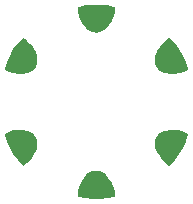
<source format=gbr>
G04 EAGLE Gerber RS-274X export*
G75*
%MOMM*%
%FSLAX34Y34*%
%LPD*%
%INSoldermask Bottom*%
%IPPOS*%
%AMOC8*
5,1,8,0,0,1.08239X$1,22.5*%
G01*
%ADD10C,2.286000*%

G36*
X3062Y-82374D02*
X3062Y-82374D01*
X3099Y-82376D01*
X9133Y-81742D01*
X9160Y-81734D01*
X9198Y-81732D01*
X15132Y-80470D01*
X15154Y-80461D01*
X15178Y-80459D01*
X15257Y-80419D01*
X15340Y-80386D01*
X15357Y-80370D01*
X15378Y-80359D01*
X15411Y-80325D01*
X15413Y-80323D01*
X15422Y-80313D01*
X15439Y-80294D01*
X15505Y-80234D01*
X15516Y-80213D01*
X15532Y-80195D01*
X15548Y-80157D01*
X15555Y-80149D01*
X15568Y-80111D01*
X15607Y-80034D01*
X15610Y-80011D01*
X15619Y-79989D01*
X15622Y-79951D01*
X15627Y-79936D01*
X15626Y-79897D01*
X15630Y-79841D01*
X15633Y-79811D01*
X15632Y-79807D01*
X15632Y-79802D01*
X15345Y-76043D01*
X15334Y-76003D01*
X15329Y-75945D01*
X14457Y-72278D01*
X14440Y-72240D01*
X14426Y-72183D01*
X12991Y-68698D01*
X12969Y-68663D01*
X12946Y-68609D01*
X10983Y-65391D01*
X10956Y-65360D01*
X10925Y-65310D01*
X8483Y-62439D01*
X8445Y-62408D01*
X8389Y-62349D01*
X6603Y-60963D01*
X6578Y-60950D01*
X6574Y-60945D01*
X6563Y-60940D01*
X6535Y-60917D01*
X4583Y-59776D01*
X4550Y-59764D01*
X4509Y-59739D01*
X2426Y-58862D01*
X2391Y-58855D01*
X2347Y-58835D01*
X168Y-58238D01*
X92Y-58232D01*
X19Y-58216D01*
X-24Y-58221D01*
X-56Y-58218D01*
X-100Y-58230D01*
X-168Y-58238D01*
X-2347Y-58835D01*
X-2379Y-58851D01*
X-2426Y-58862D01*
X-4509Y-59739D01*
X-4539Y-59758D01*
X-4583Y-59776D01*
X-6535Y-60917D01*
X-6561Y-60940D01*
X-6603Y-60963D01*
X-8389Y-62349D01*
X-8422Y-62386D01*
X-8483Y-62439D01*
X-10925Y-65310D01*
X-10946Y-65346D01*
X-10983Y-65391D01*
X-12946Y-68609D01*
X-12961Y-68647D01*
X-12991Y-68698D01*
X-14426Y-72183D01*
X-14435Y-72224D01*
X-14457Y-72278D01*
X-15329Y-75945D01*
X-15331Y-75986D01*
X-15345Y-76043D01*
X-15632Y-79802D01*
X-15630Y-79825D01*
X-15634Y-79849D01*
X-15622Y-79920D01*
X-15620Y-79973D01*
X-15613Y-79990D01*
X-15610Y-80025D01*
X-15599Y-80046D01*
X-15595Y-80070D01*
X-15550Y-80146D01*
X-15550Y-80147D01*
X-15536Y-80181D01*
X-15529Y-80188D01*
X-15511Y-80226D01*
X-15493Y-80243D01*
X-15481Y-80263D01*
X-15413Y-80319D01*
X-15391Y-80340D01*
X-15384Y-80347D01*
X-15382Y-80348D01*
X-15348Y-80380D01*
X-15326Y-80390D01*
X-15307Y-80405D01*
X-15170Y-80456D01*
X-15141Y-80468D01*
X-15137Y-80469D01*
X-15132Y-80470D01*
X-9198Y-81732D01*
X-9169Y-81733D01*
X-9133Y-81742D01*
X-3099Y-82376D01*
X-3071Y-82374D01*
X-3033Y-82380D01*
X3033Y-82380D01*
X3062Y-82374D01*
G37*
G36*
X-62590Y23819D02*
X-62590Y23819D01*
X-62550Y23827D01*
X-62491Y23829D01*
X-58784Y24508D01*
X-58737Y24525D01*
X-58658Y24544D01*
X-56565Y25398D01*
X-56535Y25417D01*
X-56491Y25434D01*
X-54527Y26554D01*
X-54500Y26576D01*
X-54458Y26599D01*
X-52657Y27965D01*
X-52633Y27991D01*
X-52595Y28020D01*
X-50988Y29609D01*
X-50944Y29671D01*
X-50894Y29727D01*
X-50881Y29757D01*
X-50876Y29764D01*
X-50873Y29772D01*
X-50859Y29793D01*
X-50847Y29837D01*
X-50820Y29899D01*
X-50247Y32086D01*
X-50244Y32121D01*
X-50231Y32167D01*
X-49949Y34410D01*
X-49951Y34445D01*
X-49944Y34492D01*
X-49956Y36752D01*
X-49963Y36787D01*
X-49962Y36835D01*
X-50269Y39074D01*
X-50285Y39121D01*
X-50300Y39201D01*
X-51566Y42752D01*
X-51587Y42787D01*
X-51607Y42842D01*
X-53412Y46151D01*
X-53438Y46183D01*
X-53467Y46235D01*
X-55767Y49220D01*
X-55798Y49248D01*
X-55834Y49294D01*
X-58574Y51883D01*
X-58608Y51905D01*
X-58651Y51945D01*
X-61762Y54074D01*
X-61784Y54084D01*
X-61802Y54099D01*
X-61885Y54129D01*
X-61900Y54136D01*
X-61916Y54144D01*
X-61919Y54144D01*
X-61967Y54166D01*
X-61991Y54167D01*
X-62013Y54175D01*
X-62102Y54175D01*
X-62191Y54181D01*
X-62213Y54174D01*
X-62237Y54174D01*
X-62321Y54142D01*
X-62406Y54117D01*
X-62425Y54102D01*
X-62447Y54094D01*
X-62523Y54032D01*
X-62546Y54018D01*
X-62559Y54001D01*
X-62561Y54000D01*
X-62585Y53982D01*
X-62587Y53978D01*
X-62592Y53975D01*
X-66651Y49467D01*
X-66666Y49442D01*
X-66693Y49415D01*
X-70258Y44507D01*
X-70271Y44481D01*
X-70294Y44452D01*
X-73328Y39198D01*
X-73337Y39171D01*
X-73358Y39139D01*
X-75825Y33597D01*
X-75832Y33569D01*
X-75849Y33535D01*
X-77723Y27766D01*
X-77727Y27742D01*
X-77736Y27720D01*
X-77742Y27632D01*
X-77754Y27543D01*
X-77749Y27520D01*
X-77750Y27496D01*
X-77725Y27411D01*
X-77705Y27324D01*
X-77692Y27304D01*
X-77685Y27282D01*
X-77632Y27211D01*
X-77583Y27136D01*
X-77564Y27122D01*
X-77550Y27103D01*
X-77427Y27020D01*
X-77403Y27002D01*
X-77399Y27001D01*
X-77395Y26998D01*
X-73996Y25368D01*
X-73956Y25357D01*
X-73903Y25332D01*
X-70291Y24254D01*
X-70250Y24249D01*
X-70194Y24233D01*
X-66458Y23733D01*
X-66417Y23735D01*
X-66358Y23728D01*
X-62590Y23819D01*
G37*
G36*
X66399Y23734D02*
X66399Y23734D01*
X66458Y23733D01*
X70194Y24233D01*
X70233Y24246D01*
X70291Y24254D01*
X73903Y25332D01*
X73940Y25351D01*
X73996Y25368D01*
X77395Y26998D01*
X77414Y27012D01*
X77436Y27020D01*
X77504Y27077D01*
X77576Y27129D01*
X77590Y27149D01*
X77608Y27164D01*
X77652Y27241D01*
X77701Y27315D01*
X77707Y27339D01*
X77719Y27359D01*
X77733Y27447D01*
X77753Y27534D01*
X77751Y27557D01*
X77754Y27581D01*
X77730Y27727D01*
X77726Y27756D01*
X77724Y27760D01*
X77723Y27766D01*
X75849Y33535D01*
X75835Y33561D01*
X75825Y33597D01*
X73358Y39139D01*
X73341Y39163D01*
X73328Y39198D01*
X70294Y44452D01*
X70276Y44474D01*
X70258Y44507D01*
X66693Y49415D01*
X66672Y49435D01*
X66651Y49467D01*
X62592Y53975D01*
X62573Y53989D01*
X62559Y54009D01*
X62529Y54029D01*
X62517Y54041D01*
X62484Y54059D01*
X62414Y54112D01*
X62392Y54119D01*
X62372Y54133D01*
X62285Y54153D01*
X62200Y54180D01*
X62176Y54178D01*
X62153Y54184D01*
X62065Y54173D01*
X61976Y54168D01*
X61954Y54159D01*
X61931Y54156D01*
X61883Y54132D01*
X61880Y54132D01*
X61874Y54128D01*
X61798Y54091D01*
X61770Y54079D01*
X61767Y54076D01*
X61762Y54074D01*
X58651Y51945D01*
X58622Y51916D01*
X58574Y51883D01*
X55834Y49294D01*
X55810Y49261D01*
X55767Y49220D01*
X53467Y46235D01*
X53448Y46198D01*
X53412Y46151D01*
X51607Y42842D01*
X51594Y42803D01*
X51566Y42752D01*
X50300Y39201D01*
X50292Y39152D01*
X50269Y39074D01*
X49962Y36835D01*
X49964Y36800D01*
X49956Y36752D01*
X49944Y34492D01*
X49950Y34457D01*
X49949Y34410D01*
X50231Y32167D01*
X50242Y32133D01*
X50247Y32086D01*
X50820Y29899D01*
X50852Y29831D01*
X50875Y29759D01*
X50893Y29735D01*
X50895Y29732D01*
X50901Y29725D01*
X50915Y29696D01*
X50947Y29664D01*
X50988Y29609D01*
X52595Y28020D01*
X52624Y28000D01*
X52657Y27965D01*
X54458Y26599D01*
X54490Y26583D01*
X54527Y26554D01*
X56491Y25434D01*
X56524Y25422D01*
X56565Y25398D01*
X58658Y24544D01*
X58707Y24534D01*
X58784Y24508D01*
X62491Y23829D01*
X62532Y23829D01*
X62590Y23819D01*
X66358Y23728D01*
X66399Y23734D01*
G37*
G36*
X62213Y-54174D02*
X62213Y-54174D01*
X62237Y-54174D01*
X62321Y-54142D01*
X62406Y-54117D01*
X62425Y-54102D01*
X62447Y-54094D01*
X62561Y-54000D01*
X62585Y-53982D01*
X62587Y-53978D01*
X62592Y-53975D01*
X66651Y-49467D01*
X66666Y-49442D01*
X66693Y-49415D01*
X70258Y-44507D01*
X70271Y-44481D01*
X70294Y-44452D01*
X73328Y-39198D01*
X73337Y-39171D01*
X73358Y-39139D01*
X75825Y-33597D01*
X75832Y-33569D01*
X75849Y-33535D01*
X77723Y-27766D01*
X77727Y-27742D01*
X77736Y-27720D01*
X77742Y-27632D01*
X77754Y-27543D01*
X77749Y-27520D01*
X77750Y-27496D01*
X77725Y-27411D01*
X77705Y-27324D01*
X77692Y-27304D01*
X77685Y-27282D01*
X77632Y-27211D01*
X77583Y-27136D01*
X77564Y-27122D01*
X77550Y-27103D01*
X77427Y-27020D01*
X77403Y-27002D01*
X77399Y-27001D01*
X77395Y-26998D01*
X73996Y-25368D01*
X73956Y-25357D01*
X73903Y-25332D01*
X70291Y-24254D01*
X70250Y-24249D01*
X70194Y-24233D01*
X66458Y-23733D01*
X66417Y-23735D01*
X66358Y-23728D01*
X62590Y-23819D01*
X62550Y-23827D01*
X62491Y-23829D01*
X58784Y-24508D01*
X58737Y-24525D01*
X58658Y-24544D01*
X56565Y-25398D01*
X56535Y-25417D01*
X56491Y-25434D01*
X54527Y-26554D01*
X54500Y-26576D01*
X54458Y-26599D01*
X52657Y-27965D01*
X52633Y-27991D01*
X52595Y-28020D01*
X50988Y-29609D01*
X50944Y-29671D01*
X50894Y-29727D01*
X50877Y-29766D01*
X50859Y-29793D01*
X50847Y-29837D01*
X50820Y-29899D01*
X50247Y-32086D01*
X50244Y-32121D01*
X50231Y-32167D01*
X49949Y-34410D01*
X49951Y-34445D01*
X49944Y-34492D01*
X49956Y-36752D01*
X49963Y-36787D01*
X49962Y-36835D01*
X50269Y-39074D01*
X50273Y-39087D01*
X50274Y-39093D01*
X50283Y-39117D01*
X50285Y-39121D01*
X50300Y-39201D01*
X51566Y-42752D01*
X51587Y-42787D01*
X51607Y-42842D01*
X53412Y-46151D01*
X53438Y-46183D01*
X53467Y-46235D01*
X55767Y-49220D01*
X55798Y-49248D01*
X55834Y-49294D01*
X58574Y-51883D01*
X58608Y-51905D01*
X58651Y-51945D01*
X61762Y-54074D01*
X61784Y-54084D01*
X61802Y-54099D01*
X61885Y-54129D01*
X61967Y-54166D01*
X61991Y-54167D01*
X62013Y-54175D01*
X62102Y-54175D01*
X62191Y-54181D01*
X62213Y-54174D01*
G37*
G36*
X-62065Y-54173D02*
X-62065Y-54173D01*
X-61976Y-54168D01*
X-61954Y-54159D01*
X-61931Y-54156D01*
X-61798Y-54091D01*
X-61770Y-54079D01*
X-61767Y-54076D01*
X-61762Y-54074D01*
X-58651Y-51945D01*
X-58622Y-51916D01*
X-58574Y-51883D01*
X-55834Y-49294D01*
X-55810Y-49261D01*
X-55767Y-49220D01*
X-53467Y-46235D01*
X-53448Y-46198D01*
X-53412Y-46151D01*
X-51607Y-42842D01*
X-51594Y-42803D01*
X-51566Y-42752D01*
X-50300Y-39201D01*
X-50292Y-39152D01*
X-50269Y-39074D01*
X-49962Y-36835D01*
X-49964Y-36800D01*
X-49956Y-36752D01*
X-49944Y-34492D01*
X-49950Y-34457D01*
X-49949Y-34410D01*
X-50231Y-32167D01*
X-50242Y-32133D01*
X-50247Y-32086D01*
X-50820Y-29899D01*
X-50852Y-29831D01*
X-50875Y-29759D01*
X-50901Y-29725D01*
X-50915Y-29696D01*
X-50947Y-29664D01*
X-50988Y-29609D01*
X-52595Y-28020D01*
X-52624Y-28000D01*
X-52657Y-27965D01*
X-54458Y-26599D01*
X-54490Y-26583D01*
X-54527Y-26554D01*
X-56491Y-25434D01*
X-56524Y-25422D01*
X-56565Y-25398D01*
X-58658Y-24544D01*
X-58707Y-24534D01*
X-58784Y-24508D01*
X-62491Y-23829D01*
X-62532Y-23829D01*
X-62590Y-23819D01*
X-66358Y-23728D01*
X-66399Y-23734D01*
X-66458Y-23733D01*
X-70194Y-24233D01*
X-70233Y-24246D01*
X-70291Y-24254D01*
X-73903Y-25332D01*
X-73940Y-25351D01*
X-73996Y-25368D01*
X-77395Y-26998D01*
X-77414Y-27012D01*
X-77436Y-27020D01*
X-77504Y-27077D01*
X-77576Y-27129D01*
X-77590Y-27149D01*
X-77608Y-27164D01*
X-77652Y-27241D01*
X-77701Y-27315D01*
X-77707Y-27339D01*
X-77719Y-27359D01*
X-77733Y-27447D01*
X-77753Y-27534D01*
X-77751Y-27557D01*
X-77754Y-27581D01*
X-77730Y-27727D01*
X-77726Y-27756D01*
X-77724Y-27760D01*
X-77723Y-27766D01*
X-75849Y-33535D01*
X-75835Y-33561D01*
X-75825Y-33597D01*
X-73358Y-39139D01*
X-73341Y-39163D01*
X-73328Y-39198D01*
X-70294Y-44452D01*
X-70276Y-44474D01*
X-70258Y-44507D01*
X-66693Y-49415D01*
X-66672Y-49435D01*
X-66651Y-49467D01*
X-62592Y-53975D01*
X-62573Y-53989D01*
X-62559Y-54009D01*
X-62485Y-54058D01*
X-62414Y-54112D01*
X-62392Y-54119D01*
X-62372Y-54133D01*
X-62285Y-54153D01*
X-62200Y-54180D01*
X-62176Y-54178D01*
X-62153Y-54184D01*
X-62065Y-54173D01*
G37*
G36*
X24Y58221D02*
X24Y58221D01*
X56Y58218D01*
X100Y58230D01*
X168Y58238D01*
X2347Y58835D01*
X2379Y58851D01*
X2426Y58862D01*
X4509Y59739D01*
X4539Y59758D01*
X4583Y59776D01*
X6535Y60917D01*
X6561Y60940D01*
X6603Y60963D01*
X8389Y62349D01*
X8422Y62386D01*
X8483Y62439D01*
X10925Y65310D01*
X10946Y65346D01*
X10983Y65391D01*
X12946Y68609D01*
X12961Y68647D01*
X12991Y68698D01*
X14426Y72183D01*
X14435Y72224D01*
X14457Y72278D01*
X15329Y75945D01*
X15331Y75986D01*
X15345Y76043D01*
X15632Y79802D01*
X15630Y79825D01*
X15634Y79849D01*
X15619Y79936D01*
X15610Y80025D01*
X15599Y80046D01*
X15595Y80070D01*
X15550Y80146D01*
X15511Y80226D01*
X15493Y80243D01*
X15481Y80263D01*
X15413Y80319D01*
X15348Y80380D01*
X15326Y80390D01*
X15307Y80405D01*
X15170Y80456D01*
X15141Y80468D01*
X15137Y80469D01*
X15132Y80470D01*
X9198Y81732D01*
X9169Y81733D01*
X9133Y81742D01*
X3099Y82376D01*
X3071Y82374D01*
X3033Y82380D01*
X-3033Y82380D01*
X-3062Y82374D01*
X-3099Y82376D01*
X-9133Y81742D01*
X-9160Y81734D01*
X-9198Y81732D01*
X-15132Y80470D01*
X-15154Y80461D01*
X-15178Y80459D01*
X-15257Y80419D01*
X-15340Y80386D01*
X-15357Y80370D01*
X-15378Y80359D01*
X-15439Y80294D01*
X-15505Y80234D01*
X-15516Y80213D01*
X-15532Y80195D01*
X-15566Y80113D01*
X-15607Y80034D01*
X-15610Y80011D01*
X-15619Y79989D01*
X-15630Y79841D01*
X-15633Y79811D01*
X-15632Y79807D01*
X-15632Y79802D01*
X-15345Y76043D01*
X-15334Y76003D01*
X-15329Y75945D01*
X-14457Y72278D01*
X-14440Y72240D01*
X-14426Y72183D01*
X-12991Y68698D01*
X-12969Y68663D01*
X-12946Y68609D01*
X-10983Y65391D01*
X-10956Y65360D01*
X-10925Y65310D01*
X-8483Y62439D01*
X-8445Y62408D01*
X-8389Y62349D01*
X-6603Y60963D01*
X-6572Y60947D01*
X-6535Y60917D01*
X-4583Y59776D01*
X-4550Y59764D01*
X-4509Y59739D01*
X-2426Y58862D01*
X-2391Y58855D01*
X-2347Y58835D01*
X-168Y58238D01*
X-92Y58232D01*
X-19Y58216D01*
X24Y58221D01*
G37*
D10*
X60960Y-35560D03*
X-60960Y-35560D03*
X-60960Y35560D03*
X60960Y35560D03*
X0Y-69850D03*
X0Y69850D03*
M02*

</source>
